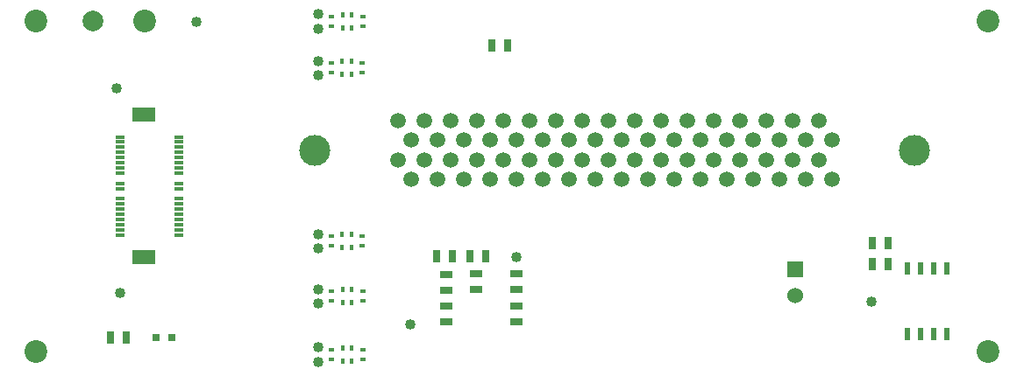
<source format=gts>
G04 (created by PCBNEW (2013-jul-07)-stable) date Fri 08 Aug 2014 03:37:50 PM CDT*
%MOIN*%
G04 Gerber Fmt 3.4, Leading zero omitted, Abs format*
%FSLAX34Y34*%
G01*
G70*
G90*
G04 APERTURE LIST*
%ADD10C,0.00590551*%
%ADD11C,0.04*%
%ADD12R,0.02X0.045*%
%ADD13R,0.0354331X0.011811*%
%ADD14R,0.0866142X0.0531496*%
%ADD15R,0.045X0.025*%
%ADD16R,0.025X0.045*%
%ADD17R,0.0236X0.0157*%
%ADD18R,0.0157X0.0236*%
%ADD19C,0.0590551*%
%ADD20C,0.11811*%
%ADD21R,0.06X0.06*%
%ADD22C,0.06*%
%ADD23R,0.0314X0.0314*%
%ADD24C,0.0787402*%
%ADD25C,0.0866142*%
G04 APERTURE END LIST*
G54D10*
G54D11*
X27350Y-25250D03*
X32000Y-35425D03*
X32000Y-37650D03*
X32000Y-38200D03*
X24480Y-35590D03*
X53040Y-35900D03*
X24320Y-27770D03*
X39527Y-34212D03*
X35511Y-36771D03*
X32000Y-24950D03*
X32000Y-25500D03*
X32000Y-26725D03*
X32000Y-27275D03*
X32000Y-33325D03*
X32000Y-35975D03*
X32000Y-33875D03*
G54D12*
X54400Y-34650D03*
X54900Y-34650D03*
X55400Y-34650D03*
X55900Y-34650D03*
X55900Y-37150D03*
X55400Y-37150D03*
X54900Y-37150D03*
X54400Y-37150D03*
G54D13*
X26712Y-33366D03*
X24468Y-33366D03*
X26712Y-33169D03*
X24468Y-33169D03*
X26712Y-32972D03*
X24468Y-32972D03*
X26712Y-32775D03*
X24468Y-32775D03*
X26712Y-32578D03*
X24468Y-32578D03*
X26712Y-32381D03*
X24468Y-32381D03*
X26712Y-32185D03*
X24468Y-32185D03*
X26712Y-31988D03*
X24468Y-31988D03*
X26712Y-31594D03*
X24468Y-31594D03*
X26712Y-31397D03*
X24468Y-31397D03*
X26712Y-31003D03*
X24468Y-31003D03*
X26712Y-30807D03*
X24468Y-30807D03*
X26712Y-30610D03*
X24468Y-30610D03*
X26712Y-30413D03*
X24468Y-30413D03*
X26712Y-30216D03*
X24468Y-30216D03*
X26712Y-30019D03*
X24468Y-30019D03*
X26712Y-29822D03*
X24468Y-29822D03*
X26712Y-29625D03*
X24468Y-29625D03*
G54D14*
X25354Y-34224D03*
X25354Y-28769D03*
G54D15*
X38000Y-35450D03*
X38000Y-34850D03*
G54D16*
X38370Y-34173D03*
X37770Y-34173D03*
X53660Y-33690D03*
X53060Y-33690D03*
X53660Y-34490D03*
X53060Y-34490D03*
X36511Y-34173D03*
X37111Y-34173D03*
G54D15*
X39540Y-35450D03*
X39540Y-34850D03*
X36870Y-36080D03*
X36870Y-36680D03*
X39530Y-36080D03*
X39530Y-36680D03*
X36870Y-35460D03*
X36870Y-34860D03*
G54D16*
X24100Y-37290D03*
X24700Y-37290D03*
G54D17*
X33700Y-37748D03*
X33700Y-38102D03*
X33700Y-25048D03*
X33700Y-25402D03*
X33650Y-26823D03*
X33650Y-27177D03*
X33650Y-33423D03*
X33650Y-33777D03*
X33700Y-35523D03*
X33700Y-35877D03*
G54D18*
X33277Y-24975D03*
X32923Y-24975D03*
G54D17*
X32500Y-33423D03*
X32500Y-33777D03*
G54D18*
X33277Y-25475D03*
X32923Y-25475D03*
G54D17*
X32500Y-25048D03*
X32500Y-25402D03*
G54D18*
X33252Y-26750D03*
X32898Y-26750D03*
G54D17*
X32500Y-26823D03*
X32500Y-27177D03*
G54D18*
X33252Y-27250D03*
X32898Y-27250D03*
X33252Y-33350D03*
X32898Y-33350D03*
X33252Y-33850D03*
X32898Y-33850D03*
X33277Y-35450D03*
X32923Y-35450D03*
G54D17*
X32500Y-35523D03*
X32500Y-35877D03*
G54D18*
X33277Y-35950D03*
X32923Y-35950D03*
X33277Y-37675D03*
X32923Y-37675D03*
G54D17*
X32500Y-38102D03*
X32500Y-37748D03*
G54D18*
X33277Y-38175D03*
X32923Y-38175D03*
G54D19*
X51525Y-29750D03*
X51525Y-31250D03*
X51025Y-29000D03*
X51025Y-30500D03*
X50525Y-29750D03*
X50525Y-31250D03*
X50025Y-29000D03*
X50025Y-30500D03*
X49525Y-29750D03*
X49525Y-31250D03*
X49025Y-29000D03*
X49025Y-30500D03*
X48525Y-29750D03*
X48525Y-31250D03*
X48025Y-29000D03*
X48025Y-30500D03*
X47525Y-29750D03*
X47525Y-31250D03*
X47025Y-29000D03*
X47025Y-30500D03*
X46525Y-29750D03*
X46525Y-31250D03*
X46025Y-29000D03*
X46025Y-30500D03*
X45525Y-29750D03*
X45525Y-31250D03*
X45025Y-29000D03*
X45025Y-30500D03*
X44525Y-29750D03*
X44525Y-31250D03*
X44025Y-29000D03*
X44025Y-30500D03*
X43525Y-29750D03*
X43525Y-31250D03*
X43025Y-29000D03*
X43025Y-30500D03*
X42525Y-29750D03*
X42525Y-31250D03*
X42025Y-29000D03*
X42025Y-30500D03*
X41525Y-29750D03*
X41525Y-31250D03*
X41025Y-29000D03*
X41025Y-30500D03*
X40525Y-29750D03*
X40525Y-31250D03*
X40025Y-29000D03*
X40025Y-30500D03*
X39525Y-29750D03*
X39525Y-31250D03*
X39025Y-29000D03*
X39025Y-30500D03*
X38525Y-29750D03*
X38525Y-31250D03*
X38025Y-29000D03*
X38025Y-30500D03*
X37525Y-29750D03*
X37525Y-31250D03*
X37025Y-29000D03*
X37025Y-30500D03*
X36525Y-29750D03*
X36525Y-31250D03*
X36025Y-29000D03*
X36025Y-30500D03*
X35525Y-29750D03*
X35525Y-31250D03*
X35025Y-29000D03*
X35025Y-30500D03*
G54D20*
X31875Y-30125D03*
X54675Y-30125D03*
G54D21*
X50145Y-34660D03*
G54D22*
X50145Y-35660D03*
G54D23*
X25845Y-37290D03*
X26435Y-37290D03*
G54D24*
X23425Y-25196D03*
G54D25*
X25393Y-25196D03*
X57480Y-25196D03*
X57480Y-37795D03*
X21259Y-37795D03*
X21259Y-25196D03*
G54D16*
X38597Y-26141D03*
X39197Y-26141D03*
M02*

</source>
